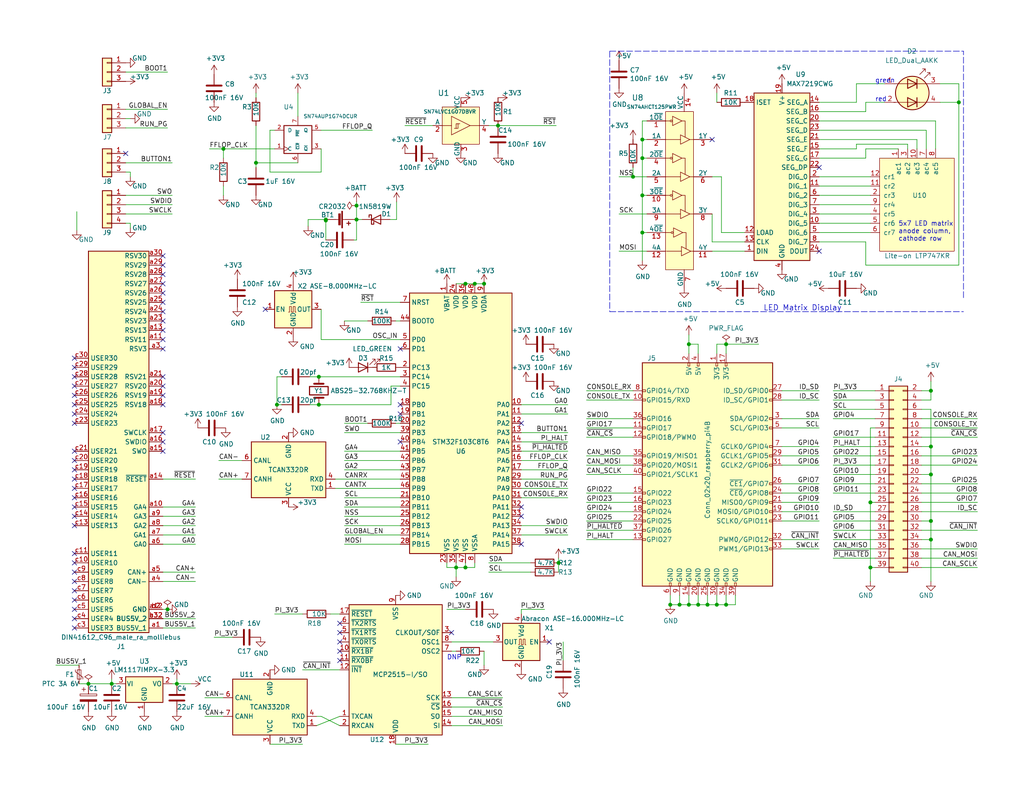
<source format=kicad_sch>
(kicad_sch (version 20211123) (generator eeschema)
  (paper "USLetter")
  (title_block (title "Molliebus Pi Carrier") (date "2020-01-24") (rev "3") (company "WorlickWerx") (comment 1 "SPDX-License-Identifier: CERN-OHL-1.2"))
  (junction (at 254 129.54))
  (junction (at 48.26 186.69))
  (junction (at 127 77.47))
  (junction (at 254 106.68))
  (junction (at 97.282 56.134))
  (junction (at 30.48 186.69))
  (junction (at 261.62 27.94))
  (junction (at 75.565 110.49))
  (junction (at 195.58 165.1))
  (junction (at 254 147.32))
  (junction (at 86.995 102.87))
  (junction (at 24.13 186.69))
  (junction (at 187.96 93.98))
  (junction (at 97.282 59.944))
  (junction (at 185.42 165.1))
  (junction (at 190.5 165.1))
  (junction (at 45.72 166.37))
  (junction (at 175.26 53.34))
  (junction (at 254 142.24))
  (junction (at 175.26 43.18))
  (junction (at 152.4 153.67))
  (junction (at 88.9 60.198))
  (junction (at 86.995 110.49))
  (junction (at 132.08 77.47))
  (junction (at 175.26 63.5))
  (junction (at 69.85 44.45))
  (junction (at 60.96 40.64))
  (junction (at 172.72 48.26))
  (junction (at 254 121.92))
  (junction (at 198.12 93.98))
  (junction (at 88.9 59.944))
  (junction (at 129.54 77.47))
  (junction (at 135.89 34.29))
  (junction (at 187.96 165.1))
  (junction (at 124.46 154.94))
  (junction (at 175.26 38.1))
  (junction (at 127 154.94))
  (junction (at 193.04 165.1))
  (junction (at 237.49 137.16))
  (junction (at 237.49 154.94))
  (junction (at 182.88 165.1))
  (junction (at 198.12 165.1))
  (no_connect (at 20.32 168.91))
  (no_connect (at 20.32 158.75))
  (no_connect (at 92.71 177.8))
  (no_connect (at 20.32 161.29))
  (no_connect (at 20.32 171.45))
  (no_connect (at 44.45 90.17))
  (no_connect (at 92.71 180.34))
  (no_connect (at 149.86 175.26))
  (no_connect (at 44.45 69.85))
  (no_connect (at 44.45 72.39))
  (no_connect (at 44.45 74.93))
  (no_connect (at 44.45 77.47))
  (no_connect (at 44.45 80.01))
  (no_connect (at 44.45 82.55))
  (no_connect (at 44.45 85.09))
  (no_connect (at 44.45 87.63))
  (no_connect (at 92.71 172.72))
  (no_connect (at 44.45 102.87))
  (no_connect (at 44.45 105.41))
  (no_connect (at 44.45 107.95))
  (no_connect (at 44.45 110.49))
  (no_connect (at 20.32 153.67))
  (no_connect (at 72.39 84.455))
  (no_connect (at 142.24 148.59))
  (no_connect (at 20.32 166.37))
  (no_connect (at 20.32 140.97))
  (no_connect (at 20.32 143.51))
  (no_connect (at 20.32 128.27))
  (no_connect (at 20.32 130.81))
  (no_connect (at 20.32 133.35))
  (no_connect (at 20.32 135.89))
  (no_connect (at 20.32 138.43))
  (no_connect (at 109.22 110.49))
  (no_connect (at 109.22 113.03))
  (no_connect (at 92.71 170.18))
  (no_connect (at 34.29 41.91))
  (no_connect (at 20.32 163.83))
  (no_connect (at 142.24 140.97))
  (no_connect (at 20.32 151.13))
  (no_connect (at 44.45 95.25))
  (no_connect (at 92.71 175.26))
  (no_connect (at 223.52 45.72))
  (no_connect (at 20.32 156.21))
  (no_connect (at 20.32 97.79))
  (no_connect (at 20.32 100.33))
  (no_connect (at 20.32 102.87))
  (no_connect (at 20.32 105.41))
  (no_connect (at 20.32 107.95))
  (no_connect (at 20.32 110.49))
  (no_connect (at 20.32 113.03))
  (no_connect (at 20.32 115.57))
  (no_connect (at 20.32 123.19))
  (no_connect (at 20.32 125.73))
  (no_connect (at 223.52 68.58))
  (no_connect (at 109.22 120.65))
  (no_connect (at 44.45 92.71))
  (no_connect (at 194.31 38.1))
  (no_connect (at 109.22 95.25))
  (no_connect (at 44.45 123.19))
  (no_connect (at 44.45 120.65))
  (no_connect (at 44.45 118.11))
  (no_connect (at 142.24 138.43))
  (no_connect (at 123.19 172.72))
  (no_connect (at 142.24 115.57))
  (wire (pts (xy 251.46 114.3) (xy 266.7 114.3)))
  (wire (pts (xy 92.71 182.88) (xy 82.55 182.88)))
  (wire (pts (xy 34.29 44.45) (xy 46.99 44.45)))
  (wire (pts (xy 132.08 177.8) (xy 132.08 181.61)))
  (wire (pts (xy 195.58 96.52) (xy 195.58 93.98)))
  (wire (pts (xy 87.63 195.58) (xy 92.71 198.12)))
  (wire (pts (xy 109.22 138.43) (xy 93.98 138.43)))
  (wire (pts (xy 127 77.47) (xy 129.54 77.47)))
  (wire (pts (xy 109.22 135.89) (xy 93.98 135.89)))
  (wire (pts (xy 60.96 43.18) (xy 60.96 40.64)))
  (wire (pts (xy 237.49 154.94) (xy 238.76 154.94)))
  (wire (pts (xy 176.53 38.1) (xy 175.26 38.1)))
  (wire (pts (xy 251.46 149.86) (xy 266.7 149.86)))
  (wire (pts (xy 69.85 25.4) (xy 69.85 26.67)))
  (wire (pts (xy 97.282 56.134) (xy 97.282 59.944)))
  (wire (pts (xy 172.72 48.26) (xy 168.91 48.26)))
  (wire (pts (xy 238.76 127) (xy 227.33 127)))
  (wire (pts (xy 86.36 195.58) (xy 87.63 195.58)))
  (wire (pts (xy 44.45 138.43) (xy 53.34 138.43)))
  (wire (pts (xy 213.36 124.46) (xy 223.52 124.46)))
  (wire (pts (xy 213.36 149.86) (xy 223.52 149.86)))
  (wire (pts (xy 238.76 111.76) (xy 227.33 111.76)))
  (wire (pts (xy 44.45 156.21) (xy 53.34 156.21)))
  (wire (pts (xy 190.5 165.1) (xy 193.04 165.1)))
  (wire (pts (xy 213.36 134.62) (xy 223.52 134.62)))
  (wire (pts (xy 60.96 195.58) (xy 55.88 195.58)))
  (wire (pts (xy 175.26 43.18) (xy 175.26 53.34)))
  (wire (pts (xy 195.58 165.1) (xy 198.12 165.1)))
  (wire (pts (xy 190.5 96.52) (xy 190.5 93.98)))
  (wire (pts (xy 195.58 93.98) (xy 198.12 93.98)))
  (wire (pts (xy 129.54 77.47) (xy 132.08 77.47)))
  (wire (pts (xy 176.53 53.34) (xy 175.26 53.34)))
  (wire (pts (xy 251.46 124.46) (xy 266.7 124.46)))
  (wire (pts (xy 233.68 27.94) (xy 233.68 22.86)))
  (wire (pts (xy 251.46 137.16) (xy 266.7 137.16)))
  (wire (pts (xy 172.72 109.22) (xy 160.02 109.22)))
  (wire (pts (xy 44.45 130.81) (xy 53.34 130.81)))
  (wire (pts (xy 223.52 58.42) (xy 237.49 58.42)))
  (wire (pts (xy 109.22 128.27) (xy 93.98 128.27)))
  (wire (pts (xy 251.46 116.84) (xy 266.7 116.84)))
  (wire (pts (xy 91.44 133.35) (xy 109.22 133.35)))
  (wire (pts (xy 142.24 166.37) (xy 148.59 166.37)))
  (wire (pts (xy 109.22 143.51) (xy 93.98 143.51)))
  (wire (pts (xy 133.35 156.21) (xy 144.78 156.21)))
  (wire (pts (xy 34.29 53.34) (xy 46.99 53.34)))
  (wire (pts (xy 87.63 40.64) (xy 87.63 46.99)))
  (wire (pts (xy 110.49 34.29) (xy 118.11 34.29)))
  (wire (pts (xy 106.426 59.944) (xy 108.204 59.944)))
  (wire (pts (xy 238.76 124.46) (xy 227.33 124.46)))
  (wire (pts (xy 172.72 124.46) (xy 160.02 124.46)))
  (wire (pts (xy 187.96 93.98) (xy 190.5 93.98)))
  (wire (pts (xy 251.46 154.94) (xy 266.7 154.94)))
  (wire (pts (xy 108.204 55.118) (xy 108.204 59.944)))
  (wire (pts (xy 69.85 44.45) (xy 69.85 45.72)))
  (wire (pts (xy 223.52 33.02) (xy 255.27 33.02)))
  (wire (pts (xy 223.52 55.88) (xy 237.49 55.88)))
  (wire (pts (xy 30.48 185.42) (xy 30.48 186.69)))
  (wire (pts (xy 127 166.37) (xy 121.92 166.37)))
  (wire (pts (xy 236.22 30.48) (xy 236.22 27.94)))
  (wire (pts (xy 34.29 55.88) (xy 46.99 55.88)))
  (wire (pts (xy 223.52 53.34) (xy 237.49 53.34)))
  (wire (pts (xy 198.12 96.52) (xy 198.12 93.98)))
  (wire (pts (xy 198.12 165.1) (xy 198.12 162.56)))
  (wire (pts (xy 109.22 118.11) (xy 93.98 118.11)))
  (wire (pts (xy 227.33 121.92) (xy 238.76 121.92)))
  (wire (pts (xy 109.22 123.19) (xy 93.98 123.19)))
  (wire (pts (xy 213.36 137.16) (xy 223.52 137.16)))
  (wire (pts (xy 63.5 173.99) (xy 58.42 173.99)))
  (wire (pts (xy 151.765 34.29) (xy 135.89 34.29)))
  (wire (pts (xy 238.76 116.84) (xy 237.49 116.84)))
  (wire (pts (xy 21.59 181.61) (xy 15.24 181.61)))
  (wire (pts (xy 21.59 186.69) (xy 24.13 186.69)))
  (wire (pts (xy 227.33 119.38) (xy 238.76 119.38)))
  (wire (pts (xy 187.96 165.1) (xy 190.5 165.1)))
  (wire (pts (xy 34.29 32.385) (xy 35.56 32.385)))
  (wire (pts (xy 107.95 203.2) (xy 116.84 203.2)))
  (wire (pts (xy 238.76 106.68) (xy 227.33 106.68)))
  (wire (pts (xy 97.282 65.532) (xy 96.52 65.532)))
  (wire (pts (xy 44.45 166.37) (xy 45.72 166.37)))
  (wire (pts (xy 92.71 195.58) (xy 86.36 198.12)))
  (wire (pts (xy 106.68 110.49) (xy 86.995 110.49)))
  (wire (pts (xy 251.46 111.76) (xy 254 111.76)))
  (wire (pts (xy 160.02 144.78) (xy 172.72 144.78)))
  (wire (pts (xy 213.36 127) (xy 223.52 127)))
  (wire (pts (xy 123.19 177.8) (xy 124.46 177.8)))
  (wire (pts (xy 261.62 22.86) (xy 261.62 27.94)))
  (wire (pts (xy 75.565 110.49) (xy 76.835 110.49)))
  (wire (pts (xy 88.9 59.944) (xy 84.074 59.944)))
  (wire (pts (xy 44.45 171.45) (xy 53.34 171.45)))
  (wire (pts (xy 251.46 139.7) (xy 266.7 139.7)))
  (wire (pts (xy 196.85 63.5) (xy 203.2 63.5)))
  (wire (pts (xy 236.22 72.39) (xy 236.22 66.04)))
  (wire (pts (xy 123.19 195.58) (xy 137.16 195.58)))
  (wire (pts (xy 84.455 102.87) (xy 86.995 102.87)))
  (wire (pts (xy 176.53 68.58) (xy 168.91 68.58)))
  (wire (pts (xy 152.4 153.67) (xy 152.4 156.21)))
  (wire (pts (xy 127 154.94) (xy 129.54 154.94)))
  (wire (pts (xy 172.72 147.32) (xy 160.02 147.32)))
  (wire (pts (xy 223.52 38.1) (xy 250.19 38.1)))
  (wire (pts (xy 87.63 35.56) (xy 101.6 35.56)))
  (wire (pts (xy 142.24 110.49) (xy 154.94 110.49)))
  (wire (pts (xy 238.76 109.22) (xy 227.33 109.22)))
  (wire (pts (xy 48.26 186.69) (xy 48.26 185.42)))
  (wire (pts (xy 247.65 40.64) (xy 247.65 39.37)))
  (wire (pts (xy 236.22 43.18) (xy 236.22 40.64)))
  (wire (pts (xy 91.44 130.81) (xy 109.22 130.81)))
  (wire (pts (xy 73.66 203.2) (xy 82.55 203.2)))
  (wire (pts (xy 175.26 38.1) (xy 175.26 43.18)))
  (wire (pts (xy 97.282 55.118) (xy 97.282 56.134)))
  (wire (pts (xy 127 153.67) (xy 127 154.94)))
  (wire (pts (xy 73.66 35.56) (xy 74.93 35.56)))
  (wire (pts (xy 238.76 152.4) (xy 227.33 152.4)))
  (wire (pts (xy 194.31 48.26) (xy 196.85 48.26)))
  (wire (pts (xy 127 154.94) (xy 124.46 154.94)))
  (wire (pts (xy 142.24 135.89) (xy 154.94 135.89)))
  (wire (pts (xy 233.68 22.86) (xy 241.3 22.86)))
  (wire (pts (xy 236.22 66.04) (xy 223.52 66.04)))
  (wire (pts (xy 247.65 39.37) (xy 233.68 39.37)))
  (wire (pts (xy 251.46 106.68) (xy 254 106.68)))
  (wire (pts (xy 213.36 121.92) (xy 223.52 121.92)))
  (wire (pts (xy 176.53 63.5) (xy 175.26 63.5)))
  (wire (pts (xy 172.72 137.16) (xy 160.02 137.16)))
  (wire (pts (xy 46.99 186.69) (xy 48.26 186.69)))
  (wire (pts (xy 100.33 87.63) (xy 93.98 87.63)))
  (wire (pts (xy 237.49 158.75) (xy 237.49 154.94)))
  (wire (pts (xy 236.22 40.64) (xy 245.11 40.64)))
  (wire (pts (xy 48.26 186.69) (xy 52.07 186.69)))
  (wire (pts (xy 238.76 114.3) (xy 227.33 114.3)))
  (wire (pts (xy 176.53 33.02) (xy 175.26 33.02)))
  (wire (pts (xy 90.17 167.64) (xy 92.71 167.64)))
  (wire (pts (xy 251.46 152.4) (xy 266.7 152.4)))
  (wire (pts (xy 100.33 115.57) (xy 93.98 115.57)))
  (wire (pts (xy 254 121.92) (xy 254 129.54)))
  (wire (pts (xy 172.72 134.62) (xy 160.02 134.62)))
  (wire (pts (xy 213.36 109.22) (xy 223.52 109.22)))
  (wire (pts (xy 200.66 165.1) (xy 198.12 165.1)))
  (wire (pts (xy 190.5 165.1) (xy 190.5 162.56)))
  (wire (pts (xy 213.36 147.32) (xy 223.52 147.32)))
  (wire (pts (xy 175.26 53.34) (xy 175.26 63.5)))
  (wire (pts (xy 123.19 198.12) (xy 137.16 198.12)))
  (wire (pts (xy 213.36 106.68) (xy 223.52 106.68)))
  (wire (pts (xy 60.96 190.5) (xy 55.88 190.5)))
  (wire (pts (xy 213.36 132.08) (xy 223.52 132.08)))
  (wire (pts (xy 88.9 65.532) (xy 88.9 60.198)))
  (wire (pts (xy 250.19 40.64) (xy 250.19 38.1)))
  (wire (pts (xy 142.24 143.51) (xy 154.94 143.51)))
  (wire (pts (xy 106.68 105.41) (xy 106.68 110.49)))
  (wire (pts (xy 254 147.32) (xy 254 158.75)))
  (wire (pts (xy 133.35 153.67) (xy 144.78 153.67)))
  (wire (pts (xy 251.46 121.92) (xy 254 121.92)))
  (wire (pts (xy 194.31 66.04) (xy 203.2 66.04)))
  (wire (pts (xy 133.35 34.29) (xy 135.89 34.29)))
  (wire (pts (xy 82.55 167.64) (xy 74.93 167.64)))
  (wire (pts (xy 238.76 149.86) (xy 227.33 149.86)))
  (polyline (pts (xy 166.37 13.97) (xy 262.89 13.97)))
  (wire (pts (xy 87.63 46.99) (xy 73.66 46.99)))
  (wire (pts (xy 172.72 114.3) (xy 160.02 114.3)))
  (wire (pts (xy 223.52 30.48) (xy 236.22 30.48)))
  (wire (pts (xy 142.24 123.19) (xy 154.94 123.19)))
  (wire (pts (xy 252.73 40.64) (xy 252.73 35.56)))
  (wire (pts (xy 182.88 165.1) (xy 185.42 165.1)))
  (wire (pts (xy 237.49 116.84) (xy 237.49 137.16)))
  (wire (pts (xy 261.62 72.39) (xy 236.22 72.39)))
  (wire (pts (xy 24.13 186.69) (xy 30.48 186.69)))
  (wire (pts (xy 129.54 154.94) (xy 129.54 153.67)))
  (wire (pts (xy 172.72 116.84) (xy 160.02 116.84)))
  (wire (pts (xy 109.22 140.97) (xy 93.98 140.97)))
  (wire (pts (xy 142.24 118.11) (xy 154.94 118.11)))
  (wire (pts (xy 160.02 127) (xy 172.72 127)))
  (wire (pts (xy 251.46 132.08) (xy 266.7 132.08)))
  (wire (pts (xy 238.76 134.62) (xy 227.33 134.62)))
  (wire (pts (xy 34.29 34.925) (xy 45.72 34.925)))
  (wire (pts (xy 142.24 125.73) (xy 154.94 125.73)))
  (wire (pts (xy 172.72 119.38) (xy 160.02 119.38)))
  (wire (pts (xy 251.46 142.24) (xy 254 142.24)))
  (wire (pts (xy 124.46 154.94) (xy 121.92 154.94)))
  (wire (pts (xy 200.66 162.56) (xy 200.66 165.1)))
  (wire (pts (xy 121.92 154.94) (xy 121.92 153.67)))
  (wire (pts (xy 227.33 139.7) (xy 238.76 139.7)))
  (wire (pts (xy 213.36 142.24) (xy 223.52 142.24)))
  (wire (pts (xy 124.46 154.94) (xy 124.46 157.48)))
  (wire (pts (xy 31.75 186.69) (xy 30.48 186.69)))
  (wire (pts (xy 89.154 59.944) (xy 88.9 59.944)))
  (wire (pts (xy 88.9 60.198) (xy 88.9 59.944)))
  (wire (pts (xy 34.29 58.42) (xy 46.99 58.42)))
  (polyline (pts (xy 262.89 81.28) (xy 262.89 13.97)))
  (wire (pts (xy 44.45 158.75) (xy 53.34 158.75)))
  (wire (pts (xy 44.45 146.05) (xy 53.34 146.05)))
  (wire (pts (xy 223.52 40.64) (xy 233.68 40.64)))
  (wire (pts (xy 44.45 148.59) (xy 53.34 148.59)))
  (wire (pts (xy 60.96 40.64) (xy 57.15 40.64)))
  (wire (pts (xy 185.42 165.1) (xy 187.96 165.1)))
  (wire (pts (xy 223.52 27.94) (xy 233.68 27.94)))
  (wire (pts (xy 69.85 34.29) (xy 69.85 44.45)))
  (wire (pts (xy 109.22 125.73) (xy 93.98 125.73)))
  (wire (pts (xy 34.29 29.845) (xy 45.72 29.845)))
  (wire (pts (xy 172.72 142.24) (xy 160.02 142.24)))
  (wire (pts (xy 107.95 115.57) (xy 109.22 115.57)))
  (wire (pts (xy 223.52 63.5) (xy 237.49 63.5)))
  (wire (pts (xy 254 111.76) (xy 254 121.92)))
  (wire (pts (xy 176.53 58.42) (xy 168.91 58.42)))
  (wire (pts (xy 75.565 102.87) (xy 75.565 110.49)))
  (wire (pts (xy 84.074 59.944) (xy 84.074 61.722)))
  (wire (pts (xy 84.455 110.49) (xy 86.995 110.49)))
  (wire (pts (xy 142.24 128.27) (xy 154.94 128.27)))
  (wire (pts (xy 172.72 129.54) (xy 160.02 129.54)))
  (wire (pts (xy 123.19 193.04) (xy 137.16 193.04)))
  (wire (pts (xy 223.52 60.96) (xy 237.49 60.96)))
  (wire (pts (xy 60.96 50.8) (xy 60.96 53.34)))
  (wire (pts (xy 123.19 190.5) (xy 137.16 190.5)))
  (wire (pts (xy 152.4 152.4) (xy 152.4 153.67)))
  (wire (pts (xy 34.29 60.96) (xy 35.56 60.96)))
  (wire (pts (xy 97.282 59.944) (xy 97.282 65.532)))
  (wire (pts (xy 195.58 25.4) (xy 195.58 27.94)))
  (wire (pts (xy 237.49 137.16) (xy 238.76 137.16)))
  (wire (pts (xy 109.22 148.59) (xy 93.98 148.59)))
  (wire (pts (xy 109.22 92.71) (xy 87.63 92.71)))
  (wire (pts (xy 35.56 60.96) (xy 35.56 62.23)))
  (wire (pts (xy 193.04 165.1) (xy 193.04 162.56)))
  (wire (pts (xy 185.42 165.1) (xy 185.42 162.56)))
  (wire (pts (xy 142.24 113.03) (xy 154.94 113.03)))
  (wire (pts (xy 187.96 165.1) (xy 187.96 162.56)))
  (polyline (pts (xy 166.37 13.97) (xy 166.37 85.09)))
  (wire (pts (xy 175.26 63.5) (xy 175.26 71.12)))
  (wire (pts (xy 238.76 147.32) (xy 227.33 147.32)))
  (wire (pts (xy 187.96 91.44) (xy 187.96 93.98)))
  (wire (pts (xy 66.04 125.73) (xy 59.69 125.73)))
  (wire (pts (xy 44.45 168.91) (xy 53.34 168.91)))
  (wire (pts (xy 172.72 48.26) (xy 176.53 48.26)))
  (wire (pts (xy 237.49 137.16) (xy 237.49 154.94)))
  (wire (pts (xy 142.24 130.81) (xy 154.94 130.81)))
  (wire (pts (xy 86.995 102.87) (xy 109.22 102.87)))
  (wire (pts (xy 261.62 27.94) (xy 261.62 72.39)))
  (wire (pts (xy 187.96 96.52) (xy 187.96 93.98)))
  (wire (pts (xy 223.52 43.18) (xy 236.22 43.18)))
  (wire (pts (xy 172.72 106.68) (xy 160.02 106.68)))
  (wire (pts (xy 213.36 139.7) (xy 223.52 139.7)))
  (wire (pts (xy 97.282 59.944) (xy 98.806 59.944)))
  (wire (pts (xy 238.76 129.54) (xy 227.33 129.54)))
  (wire (pts (xy 236.22 27.94) (xy 241.3 27.94)))
  (wire (pts (xy 251.46 127) (xy 266.7 127)))
  (wire (pts (xy 96.774 59.944) (xy 97.282 59.944)))
  (wire (pts (xy 193.04 165.1) (xy 195.58 165.1)))
  (wire (pts (xy 238.76 144.78) (xy 227.33 144.78)))
  (wire (pts (xy 194.31 68.58) (xy 203.2 68.58)))
  (wire (pts (xy 196.85 48.26) (xy 196.85 63.5)))
  (wire (pts (xy 251.46 109.22) (xy 254 109.22)))
  (wire (pts (xy 251.46 134.62) (xy 266.7 134.62)))
  (wire (pts (xy 238.76 142.24) (xy 227.33 142.24)))
  (wire (pts (xy 223.52 48.26) (xy 237.49 48.26)))
  (wire (pts (xy 254 142.24) (xy 254 147.32)))
  (wire (pts (xy 98.425 82.55) (xy 109.22 82.55)))
  (wire (pts (xy 256.54 22.86) (xy 261.62 22.86)))
  (wire (pts (xy 123.19 175.26) (xy 134.62 175.26)))
  (wire (pts (xy 254 104.14) (xy 254 106.68)))
  (wire (pts (xy 74.93 40.64) (xy 60.96 40.64)))
  (wire (pts (xy 182.88 162.56) (xy 182.88 165.1)))
  (wire (pts (xy 194.31 58.42) (xy 194.31 66.04)))
  (wire (pts (xy 34.29 19.685) (xy 45.72 19.685)))
  (wire (pts (xy 142.24 120.65) (xy 154.94 120.65)))
  (wire (pts (xy 176.53 43.18) (xy 175.26 43.18)))
  (wire (pts (xy 223.52 35.56) (xy 252.73 35.56)))
  (wire (pts (xy 44.45 143.51) (xy 53.34 143.51)))
  (wire (pts (xy 251.46 144.78) (xy 266.7 144.78)))
  (wire (pts (xy 254 129.54) (xy 254 142.24)))
  (wire (pts (xy 107.95 87.63) (xy 109.22 87.63)))
  (wire (pts (xy 251.46 119.38) (xy 266.7 119.38)))
  (polyline (pts (xy 166.37 85.09) (xy 262.89 85.09)))
  (wire (pts (xy 251.46 129.54) (xy 254 129.54)))
  (wire (pts (xy 73.66 46.99) (xy 73.66 35.56)))
  (wire (pts (xy 213.36 114.3) (xy 223.52 114.3)))
  (wire (pts (xy 254 109.22) (xy 254 106.68)))
  (wire (pts (xy 124.46 77.47) (xy 127 77.47)))
  (wire (pts (xy 66.04 130.81) (xy 59.69 130.81)))
  (wire (pts (xy 213.36 116.84) (xy 223.52 116.84)))
  (wire (pts (xy 198.12 93.98) (xy 207.01 93.98)))
  (wire (pts (xy 153.67 180.34) (xy 153.67 175.26)))
  (wire (pts (xy 223.52 50.8) (xy 237.49 50.8)))
  (wire (pts (xy 87.63 84.455) (xy 87.63 92.71)))
  (wire (pts (xy 81.28 25.4) (xy 81.28 31.75)))
  (wire (pts (xy 20.955 57.785) (xy 20.955 62.865)))
  (wire (pts (xy 233.68 39.37) (xy 233.68 40.64)))
  (wire (pts (xy 102.87 100.33) (xy 101.6 100.33)))
  (wire (pts (xy 89.154 60.198) (xy 88.9 60.198)))
  (wire (pts (xy 195.58 165.1) (xy 195.58 162.56)))
  (wire (pts (xy 175.26 33.02) (xy 175.26 38.1)))
  (wire (pts (xy 76.835 102.87) (xy 75.565 102.87)))
  (wire (pts (xy 35.56 46.99) (xy 35.56 48.26)))
  (wire (pts (xy 124.46 153.67) (xy 124.46 154.94)))
  (wire (pts (xy 109.22 105.41) (xy 106.68 105.41)))
  (wire (pts (xy 238.76 132.08) (xy 227.33 132.08)))
  (wire (pts (xy 81.28 44.45) (xy 69.85 44.45)))
  (wire (pts (xy 34.29 46.99) (xy 35.56 46.99)))
  (wire (pts (xy 93.98 146.05) (xy 109.22 146.05)))
  (wire (pts (xy 142.24 167.64) (xy 142.24 166.37)))
  (wire (pts (xy 44.45 140.97) (xy 53.34 140.97)))
  (wire (pts (xy 142.24 133.35) (xy 154.94 133.35)))
  (wire (pts (xy 256.54 27.94) (xy 261.62 27.94)))
  (wire (pts (xy 172.72 48.26) (xy 172.72 45.72)))
  (wire (pts (xy 251.46 147.32) (xy 254 147.32)))
  (wire (pts (xy 255.27 33.02) (xy 255.27 40.64)))
  (wire (pts (xy 172.72 139.7) (xy 160.02 139.7)))
  (wire (pts (xy 142.24 146.05) (xy 154.94 146.05)))
  (text "5x7 LED matrix\nanode column,\ncathode row" (at 245.11 66.04 0) (effects (font (size 1.27 1.27)) (justify left bottom)))
  (text "LED Matrix Display" (at 208.28 85.09 0) (effects (font (size 1.4986 1.4986)) (justify left bottom)))
  (text "green" (at 238.76 22.86 0) (effects (font (size 1.27 1.27)) (justify left bottom)))
  (text "red" (at 238.76 27.94 0) (effects (font (size 1.27 1.27)) (justify left bottom)))
  (text "DNP\n" (at 121.92 180.34 0) (effects (font (size 1.27 1.27)) (justify left bottom)))
  (label "ID_SC" (at 266.7 139.7 180))
  (label "CONSOLE_RX" (at 266.7 114.3 180))
  (label "PI_3V3" (at 227.33 106.68 0))
  (label "SCK" (at 93.98 143.51 0))
  (label "~{CAN_CS}" (at 160.02 119.38 0))
  (label "CAN_SCLK" (at 160.02 129.54 0))
  (label "SDA" (at 133.35 153.67 0))
  (label "~{CAN_INT}" (at 82.55 182.88 0))
  (label "RUN_PG" (at 45.72 34.925 180))
  (label "CAN-" (at 53.34 158.75 180))
  (label "FFLOP_CLK" (at 57.15 40.64 0))
  (label "GPIO11" (at 223.52 142.24 180))
  (label "~{PI_HALTED}" (at 154.94 123.19 180))
  (label "PI_3V3" (at 207.01 93.98 180))
  (label "CANTX" (at 93.98 133.35 0))
  (label "SWO" (at 93.98 118.11 0))
  (label "PI_3V3" (at 82.55 203.2 180))
  (label "CAN+" (at 53.34 156.21 180))
  (label "ID_SD" (at 223.52 106.68 180))
  (label "SWCLK" (at 46.99 58.42 180))
  (label "CAN-" (at 55.88 190.5 0))
  (label "CAN_SCLK" (at 137.16 190.5 180))
  (label "RUN_PG" (at 154.94 130.81 180))
  (label "BUTTON1" (at 46.99 44.45 180))
  (label "~{RESET}" (at 110.49 34.29 0))
  (label "GPIO23" (at 160.02 137.16 0))
  (label "CAN_MOSI" (at 137.16 198.12 180))
  (label "SDA" (at 93.98 138.43 0))
  (label "GPIO24" (at 266.7 127 180))
  (label "CONSOLE_RX" (at 160.02 106.68 0))
  (label "~{CAN_INT}" (at 223.52 147.32 180))
  (label "PI_3V3" (at 121.92 166.37 0))
  (label "MOSI" (at 168.91 68.58 0))
  (label "PI_3V3" (at 227.33 127 0))
  (label "~{RESET}" (at 53.34 130.81 180))
  (label "SWCLK" (at 154.94 146.05 180))
  (label "SCL" (at 93.98 135.89 0))
  (label "CAN+" (at 59.69 130.81 0))
  (label "FFLOP_CLK" (at 154.94 125.73 180))
  (label "PI_3V3" (at 116.84 203.2 180))
  (label "GPIO8" (at 223.52 134.62 180))
  (label "SCK" (at 168.91 58.42 0))
  (label "GPIO9" (at 227.33 132.08 0))
  (label "BUS5V_1" (at 15.24 181.61 0))
  (label "CAN_MISO" (at 160.02 124.46 0))
  (label "SDA" (at 223.52 114.3 180))
  (label "GA3" (at 93.98 125.73 0))
  (label "CAN_MOSI" (at 160.02 127 0))
  (label "GPIO25" (at 266.7 132.08 180))
  (label "GPIO5" (at 223.52 124.46 180))
  (label "GPIO6" (at 227.33 144.78 0))
  (label "CONSOLE_TX" (at 154.94 133.35 180))
  (label "GPIO7" (at 266.7 137.16 180))
  (label "GPIO6" (at 223.52 127 180))
  (label "GPIO22" (at 227.33 124.46 0))
  (label "GA4" (at 93.98 123.19 0))
  (label "SWCLK" (at 227.33 147.32 0))
  (label "CANRX" (at 93.98 130.81 0))
  (label "GPIO10" (at 223.52 139.7 180))
  (label "GA0" (at 154.94 110.49 180))
  (label "PI_3V3" (at 153.67 175.26 270))
  (label "~{RST}" (at 98.425 82.55 0))
  (label "NSS" (at 168.91 48.26 0))
  (label "SWO" (at 46.99 53.34 180))
  (label "SWDIO" (at 160.02 114.3 0))
  (label "GPIO11" (at 227.33 134.62 0))
  (label "SCL" (at 223.52 116.84 180))
  (label "MOSI" (at 93.98 148.59 0))
  (label "CONSOLE_TX" (at 266.7 116.84 180))
  (label "CONSOLE_RX" (at 154.94 135.89 180))
  (label "GPIO8" (at 266.7 134.62 180))
  (label "PI_HALT" (at 227.33 121.92 0))
  (label "CAN_MOSI" (at 266.7 152.4 180))
  (label "FFLOP_Q" (at 154.94 128.27 180))
  (label "CAN_SCLK" (at 266.7 154.94 180))
  (label "GA1" (at 154.94 113.03 180))
  (label "GPIO4" (at 223.52 121.92 180))
  (label "GA2" (at 53.34 143.51 180))
  (label "~{CAN_CS}" (at 137.16 193.04 180))
  (label "SWCLK" (at 223.52 149.86 180))
  (label "SCL" (at 133.35 156.21 0))
  (label "GA3" (at 53.34 140.97 180))
  (label "ID_SC" (at 223.52 109.22 180))
  (label "PI_3V3" (at 148.59 166.37 180))
  (label "~{CAN_INT}" (at 266.7 144.78 180))
  (label "GPIO4" (at 227.33 114.3 0))
  (label "SWDIO" (at 266.7 149.86 180))
  (label "BUS5V_1" (at 53.34 171.45 180))
  (label "~{RST}" (at 151.765 34.29 180))
  (label "CAN_MISO" (at 227.33 149.86 0))
  (label "BOOT1" (at 93.98 115.57 0))
  (label "BUTTON1" (at 154.94 118.11 180))
  (label "SCL" (at 227.33 111.76 0))
  (label "NSS" (at 93.98 140.97 0))
  (label "CONSOLE_TX" (at 160.02 109.22 0))
  (label "OSC_IN" (at 101.6 92.71 0))
  (label "GPIO10" (at 227.33 129.54 0))
  (label "GPIO22" (at 160.02 134.62 0))
  (label "GPIO24" (at 160.02 139.7 0))
  (label "PI_3V3" (at 74.93 167.64 0))
  (label "PI_3V3" (at 58.42 173.99 0))
  (label "~{PI_HALTED}" (at 227.33 152.4 0))
  (label "GA2" (at 93.98 128.27 0))
  (label "SDA" (at 227.33 109.22 0))
  (label "CAN-" (at 59.69 125.73 0))
  (label "SWDIO" (at 154.94 143.51 180))
  (label "BUS5V_2" (at 53.34 168.91 180))
  (label "GPIO25" (at 160.02 142.24 0))
  (label "GA4" (at 53.34 138.43 180))
  (label "GPIO17" (at 227.33 119.38 0))
  (label "GLOBAL_EN" (at 93.98 146.05 0))
  (label "BOOT1" (at 45.72 19.685 180))
  (label "FFLOP_Q" (at 101.6 35.56 180))
  (label "~{PI_HALTED}" (at 160.02 144.78 0))
  (label "GA0" (at 53.34 148.59 180))
  (label "CAN_MISO" (at 137.16 195.58 180))
  (label "GPIO5" (at 227.33 142.24 0))
  (label "GPIO9" (at 223.52 137.16 180))
  (label "GPIO23" (at 266.7 124.46 180))
  (label "~{CAN_CS}" (at 266.7 119.38 180))
  (label "GA1" (at 53.34 146.05 180))
  (label "ID_SD" (at 227.33 139.7 0))
  (label "PI_HALT" (at 160.02 147.32 0))
  (label "PI_HALT" (at 154.94 120.65 180))
  (label "SWDIO" (at 46.99 55.88 180))
  (label "CAN+" (at 55.88 195.58 0))
  (label "GPIO17" (at 160.02 116.84 0))
  (label "GPIO7" (at 223.52 132.08 180))
  (label "GLOBAL_EN" (at 45.72 29.845 180))
  (symbol (lib_id "power:GND") (at 78.74 118.11 90) (unit 1)
    (property "Reference" "#PWR08" (effects hide))
    (property "Value" "GND" (at 83.82 118.11 90))
  )
  (symbol (lib_id "00_eurocard:SN74LVC1G07DBVR-dk_Logic-Buffers-Drivers-Receivers-Transceivers") (at 125.73 34.29 0) (unit 1)
    (property "Reference" "U1" (at 119.38 25.4 0) (effects (font (size 1.524 1.524)) (justify left)))
    (property "Value" "SN74LVC1G07DBVR" (at 115.57 30.48 0) (effects (font (size 0.9906 0.9906)) (justify left)))
    (property "Footprint" "Package_TO_SOT_SMD:SOT-23-5_HandSoldering" (effects hide))
    (property "Datasheet" "http://www.ti.com/general/docs/suppproductinfo.tsp?distId=10&gotoUrl=http%3A%2F%2Fwww.ti.com%2Flit%2Fgpn%2Fsn74lvc1g07" (effects hide))
    (property "MPN" "SN74LVC1G07DBVR" (effects hide))
    (property "Category" "Integrated Circuits (ICs)" (effects hide))
    (property "Family" "Logic - Buffers, Drivers, Receivers, Transceivers" (effects hide))
    (property "DK_Datasheet_Link" "http://www.ti.com/general/docs/suppproductinfo.tsp?distId=10&gotoUrl=http%3A%2F%2Fwww.ti.com%2Flit%2Fgpn%2Fsn74lvc1g07" (effects hide))
    (property "DK_Detail_Page" "/product-detail/en/texas-instruments/SN74LVC1G07DBVR/296-8485-1-ND/377454" (effects hide))
    (property "Description" "IC BUF NON-INVERT 5.5V SOT23-5" (effects hide))
    (property "Manufacturer" "Texas Instruments" (effects hide))
    (property "Status" "Active" (effects hide))
    (property "digkey.com" "296-8485-1-ND" (effects hide))
  )
  (symbol (lib_id "power:GND") (at 125.73 41.91 0) (unit 1)
    (property "Reference" "#PWR04" (effects hide))
    (property "Value" "GND" (at 128.27 44.45 0))
  )
  (symbol (lib_id "power:+3V3") (at 125.73 26.67 270) (unit 1)
    (property "Reference" "#PWR03" (effects hide))
    (property "Value" "+3V3" (at 129.54 25.4 90))
  )
  (symbol (lib_id "74xGxx:74AUP1G74") (at 81.28 38.1 0) (unit 1)
    (property "Reference" "U4" (at 78.74 29.21 0))
    (property "Value" "SN74AUP1G74DCUR" (at 90.17 31.75 0) (effects (font (size 0.9906 0.9906))))
    (property "Footprint" "Package_SO:VSSOP-8_2.4x2.1mm_P0.5mm" (effects hide))
    (property "Datasheet" "http://www.ti.com/lit/sg/scyt129e/scyt129e.pdf" (effects hide))
    (property "digkey.com" "296-19761-1-ND" (effects hide))
    (property "MPN" "SN74AUP1G74DCUR" (effects hide))
    (property "Manufacturer" "Texas Instruments" (effects hide))
  )
  (symbol (lib_id "Device:R") (at 69.85 30.48 180) (unit 1)
    (property "Reference" "R3" (at 66.04 29.21 0) (effects (justify right)))
    (property "Value" "10K" (at 69.85 31.75 90) (effects (justify right)))
    (property "Footprint" "Resistor_SMD:R_0805_2012Metric_Pad1.20x1.40mm_HandSolder" (effects hide))
  )
  (symbol (lib_id "Device:C") (at 69.85 49.53 0) (unit 1)
    (property "Reference" "C3" (at 64.77 49.53 0) (effects (justify left)))
    (property "Value" "1uF 16V" (at 72.39 49.53 0) (effects (justify left)))
    (property "Footprint" "Capacitor_SMD:C_0805_2012Metric_Pad1.18x1.45mm_HandSolder" (effects hide))
    (property "MPN" "C0805C105K4RACTU" (effects hide))
    (property "Manufacturer" "Kemet" (effects hide))
    (property "digkey.com" "399-1284-2-ND" (effects hide))
  )
  (symbol (lib_id "power:GND") (at 69.85 53.34 0) (unit 1)
    (property "Reference" "#PWR011" (effects hide))
    (property "Value" "GND" (at 72.39 55.88 0))
  )
  (symbol (lib_id "power:+3V3") (at 69.85 25.4 0) (unit 1)
    (property "Reference" "#PWR010" (effects hide))
    (property "Value" "+3V3" (at 70.231 21.0058 0))
  )
  (symbol (lib_id "power:VCC") (at 52.07 186.69 270) (unit 1)
    (property "Reference" "#PWR017" (effects hide))
    (property "Value" "VCC" (at 55.88 185.42 90))
  )
  (symbol (lib_id "Device:R") (at 60.96 46.99 180) (unit 1)
    (property "Reference" "R2" (at 57.15 45.72 0) (effects (justify right)))
    (property "Value" "10K" (at 60.96 48.26 90) (effects (justify right)))
    (property "Footprint" "Resistor_SMD:R_0805_2012Metric_Pad1.20x1.40mm_HandSolder" (effects hide))
  )
  (symbol (lib_id "00_eurocard:LTP747") (at 250.19 54.61 0) (unit 1)
    (property "Reference" "U10" (at 248.92 53.34 0) (effects (justify left)))
    (property "Value" "Lite-on LTP747KR" (at 241.3 69.85 0) (effects (justify left)))
    (property "Footprint" "00_eurocard:DIP-12_W7.62mm_right_angle" (effects hide))
    (property "digkey.com" "160-1554-5-ND" (effects hide))
    (property "MPN" "LTP747KR" (effects hide))
    (property "Manufacturer" "Lite-on" (effects hide))
  )
  (symbol (lib_id "power:GND") (at 60.96 53.34 0) (unit 1)
    (property "Reference" "#PWR07" (effects hide))
    (property "Value" "GND" (at 63.5 55.88 0))
  )
  (symbol (lib_id "Device:C") (at 114.3 41.91 90) (unit 1)
    (property "Reference" "C9" (at 115.57 38.1 90) (effects (justify left)))
    (property "Value" "100nF 16V" (at 119.38 45.72 90) (effects (justify left)))
    (property "Footprint" "Capacitor_SMD:C_0805_2012Metric_Pad1.18x1.45mm_HandSolder" (effects hide))
    (property "MPN" "C0805C104K4RACTU" (effects hide))
    (property "Manufacturer" "Kemet" (effects hide))
    (property "digkey.com" "399-1167-2-ND" (effects hide))
  )
  (symbol (lib_id "power:+3V3") (at 110.49 41.91 0) (unit 1)
    (property "Reference" "#PWR032" (effects hide))
    (property "Value" "+3V3" (at 109.22 38.1 0))
  )
  (symbol (lib_id "power:GND") (at 118.11 41.91 0) (unit 1)
    (property "Reference" "#PWR033" (effects hide))
    (property "Value" "GND" (at 120.65 44.45 0))
  )
  (symbol (lib_id "Driver_LED:MAX7219") (at 213.36 48.26 0) (unit 1)
    (property "Reference" "U9" (at 218.44 20.32 0))
    (property "Value" "MAX7219CWG" (at 220.98 22.86 0))
    (property "Footprint" "Package_SO:SOIC-24W_7.5x15.4mm_P1.27mm" (effects hide))
    (property "Datasheet" "https://datasheets.maximintegrated.com/en/ds/MAX7219-MAX7221.pdf" (effects hide))
    (property "digkey.com" "MAX7219CWG+TTR-ND" (effects hide))
    (property "MPN" "MAX7219CWG" (effects hide))
    (property "Manufacturer" "Maxim" (effects hide))
  )
  (symbol (lib_id "Device:R") (at 199.39 27.94 90) (unit 1)
    (property "Reference" "R11" (at 199.39 25.4 90))
    (property "Value" "10K" (at 199.39 27.94 90))
    (property "Footprint" "Resistor_SMD:R_0805_2012Metric_Pad1.20x1.40mm_HandSolder" (effects hide))
  )
  (symbol (lib_id "power:+5V") (at 195.58 25.4 0) (unit 1)
    (property "Reference" "#PWR044" (effects hide))
    (property "Value" "+5V" (at 195.961 21.0058 0))
  )
  (symbol (lib_id "power:GND") (at 213.36 73.66 0) (unit 1)
    (property "Reference" "#PWR047" (effects hide))
    (property "Value" "GND" (at 215.9 76.2 0))
  )
  (symbol (lib_id "power:+5V") (at 30.48 185.42 0) (unit 1)
    (property "Reference" "#PWR05" (effects hide))
    (property "Value" "+5V" (at 30.861 181.0258 0))
  )
  (symbol (lib_id "power:GND") (at 24.13 194.31 0) (unit 1)
    (property "Reference" "#PWR02" (effects hide))
    (property "Value" "GND" (at 24.257 198.7042 0))
  )
  (symbol (lib_id "00_eurocard:SN74AHCT125N-dk_Logic-Buffers-Drivers-Receivers-Transceivers") (at 186.69 43.18 0) (unit 1)
    (property "Reference" "U8" (at 173.99 26.67 0) (effects (font (size 1.524 1.524))))
    (property "Value" "SN74AHCT125PWR" (at 177.8 29.21 0) (effects (font (size 0.9906 0.9906))))
    (property "Footprint" "Package_SO:SSOP-14_5.3x6.2mm_P0.65mm" (effects hide))
    (property "Datasheet" "http://www.ti.com/general/docs/suppproductinfo.tsp?distId=10&gotoUrl=http%3A%2F%2Fwww.ti.com%2Flit%2Fgpn%2Fsn74ahct125" (effects hide))
    (property "MPN" "SN74AHCT125N" (effects hide))
    (property "Category" "Integrated Circuits (ICs)" (effects hide))
    (property "Family" "Logic - Buffers, Drivers, Receivers, Transceivers" (effects hide))
    (property "DK_Datasheet_Link" "http://www.ti.com/general/docs/suppproductinfo.tsp?distId=10&gotoUrl=http%3A%2F%2Fwww.ti.com%2Flit%2Fgpn%2Fsn74ahct125" (effects hide))
    (property "DK_Detail_Page" "/product-detail/en/texas-instruments/SN74AHCT125N/296-4655-5-ND/375798" (effects hide))
    (property "Description" "IC BUF NON-INVERT 5.5V 14DIP" (effects hide))
    (property "Manufacturer" "Texas Instruments" (effects hide))
    (property "Status" "Active" (effects hide))
    (property "digkey.com" "296-1108-1-ND" (effects hide))
  )
  (symbol (lib_id "power:+5V") (at 186.69 25.4 0) (unit 1)
    (property "Reference" "#PWR042" (effects hide))
    (property "Value" "+5V" (at 187.071 21.0058 0))
  )
  (symbol (lib_id "power:GND") (at 186.69 78.74 0) (unit 1)
    (property "Reference" "#PWR043" (effects hide))
    (property "Value" "GND" (at 186.817 83.1342 0))
  )
  (symbol (lib_id "power:GND") (at 175.26 71.12 0) (unit 1)
    (property "Reference" "#PWR041" (effects hide))
    (property "Value" "GND" (at 175.387 75.5142 0))
  )
  (symbol (lib_id "power:+5V") (at 213.36 22.86 0) (unit 1)
    (property "Reference" "#PWR046" (effects hide))
    (property "Value" "+5V" (at 213.741 18.4658 0))
  )
  (symbol (lib_id "Device:C") (at 168.91 20.32 0) (unit 1)
    (property "Reference" "C7" (at 171.831 19.1516 0) (effects (justify left)))
    (property "Value" "100nF 16V" (at 171.831 21.463 0) (effects (justify left)))
    (property "Footprint" "Capacitor_SMD:C_0805_2012Metric_Pad1.18x1.45mm_HandSolder" (effects hide))
    (property "MPN" "C0805C104K4RACTU" (effects hide))
    (property "Manufacturer" "Kemet" (effects hide))
    (property "digkey.com" "399-1167-2-ND" (effects hide))
  )
  (symbol (lib_id "power:GND") (at 168.91 24.13 0) (unit 1)
    (property "Reference" "#PWR028" (effects hide))
    (property "Value" "GND" (at 169.037 28.5242 0))
  )
  (symbol (lib_id "power:+5V") (at 168.91 16.51 0) (unit 1)
    (property "Reference" "#PWR027" (effects hide))
    (property "Value" "+5V" (at 170.18 15.24 0))
  )
  (symbol (lib_id "Device:C") (at 57.785 116.84 90) (unit 1)
    (property "Reference" "C10" (at 59.055 120.65 90) (effects (justify left)))
    (property "Value" "100nF 16V" (at 66.675 113.03 90) (effects (justify left)))
    (property "Footprint" "Capacitor_SMD:C_0805_2012Metric_Pad1.18x1.45mm_HandSolder" (effects hide))
    (property "MPN" "C0805C104K4RACTU" (effects hide))
    (property "Manufacturer" "Kemet" (effects hide))
    (property "digkey.com" "399-1167-2-ND" (effects hide))
  )
  (symbol (lib_id "power:GND") (at 61.595 116.84 0) (unit 1)
    (property "Reference" "#PWR040" (effects hide))
    (property "Value" "GND" (at 61.722 121.2342 0))
  )
  (symbol (lib_id "power:+3V3") (at 53.975 116.84 0) (unit 1)
    (property "Reference" "#PWR039" (effects hide))
    (property "Value" "+3V3" (at 52.705 113.03 0))
  )
  (symbol (lib_id "Device:C") (at 201.93 78.74 90) (unit 1)
    (property "Reference" "C5" (at 203.2 82.55 90) (effects (justify left)))
    (property "Value" "100nF 16V" (at 207.01 74.93 90) (effects (justify left)))
    (property "Footprint" "Capacitor_SMD:C_0805_2012Metric_Pad1.18x1.45mm_HandSolder" (effects hide))
    (property "MPN" "C0805C104K4RACTU" (effects hide))
    (property "Manufacturer" "Kemet" (effects hide))
    (property "digkey.com" "399-1167-2-ND" (effects hide))
  )
  (symbol (lib_id "power:+5V") (at 198.12 78.74 90) (unit 1)
    (property "Reference" "#PWR020" (effects hide))
    (property "Value" "+5V" (at 194.31 77.47 90))
  )
  (symbol (lib_id "power:GND") (at 205.74 78.74 90) (unit 1)
    (property "Reference" "#PWR021" (effects hide))
    (property "Value" "GND" (at 209.55 80.01 90))
  )
  (symbol (lib_id "Connector:Raspberry_Pi_2_3") (at 193.04 129.54 0) (unit 1)
    (property "Reference" "J5" (at 177.8 97.79 0))
    (property "Value" "Conn_02x20_raspberry_pi4B" (at 193.04 128.27 90))
    (property "Footprint" "00_eurocard:Rasp_pi4_mounted" (effects hide))
    (property "Datasheet" "https://www.raspberrypi.org/documentation/hardware/raspberrypi/schematics/rpi_SCH_3bplus_1p0_reduced.pdf" (effects hide))
    (property "MPN" "PRPC020DAAN-RC" (effects hide))
    (property "Manufacturer" "Sullins Connector Solutions" (effects hide))
    (property "digkey.com" "S2011EC-20-ND" (effects hide))
  )
  (symbol (lib_id "Regulator_Linear:LM1117-3.3") (at 39.37 186.69 0) (unit 1)
    (property "Reference" "U3" (at 39.37 180.5432 0))
    (property "Value" "LM1117IMPX-3.3" (at 39.37 182.8546 0))
    (property "Footprint" "Package_TO_SOT_SMD:SOT-223-3_TabPin2" (effects hide))
    (property "Datasheet" "http://www.ti.com/lit/ds/symlink/lm1117.pdf" (effects hide))
    (property "digkey.com" "LM1117IMPX-3.3/NOPBTR-NC" (effects hide))
    (property "MPN" "LM1117IMPX-3.3" (effects hide))
    (property "Manufacturer" "Texas Instruments" (effects hide))
  )
  (symbol (lib_id "power:GND") (at 182.88 165.1 0) (unit 1)
    (property "Reference" "#PWR045" (effects hide))
    (property "Value" "GND" (at 183.007 169.4942 0))
  )
  (symbol (lib_id "00_eurocard:molliebus") (at 40.64 68.58 180) (unit 1)
    (property "Reference" "J1" (at 33.02 176.53 0))
    (property "Value" "DIN41612_C96_male_ra_molliebus" (at 33.02 173.99 0))
    (property "Footprint" "00_eurocard:DIN41612_C_3x32_Male_Horizontal_THT" (effects hide))
    (property "Datasheet" " ~" (effects hide))
    (property "MPN" "09031966921" (effects hide))
    (property "Manufacturer" "Harting" (effects hide))
    (property "digkey.com" "1195-1155-ND" (effects hide))
  )
  (symbol (lib_id "power:GND") (at 30.48 194.31 0) (unit 1)
    (property "Reference" "#PWR06" (effects hide))
    (property "Value" "GND" (at 30.607 198.7042 0))
  )
  (symbol (lib_id "power:GND") (at 48.26 194.31 0) (unit 1)
    (property "Reference" "#PWR016" (effects hide))
    (property "Value" "GND" (at 48.387 198.7042 0))
  )
  (symbol (lib_id "power:+3V3") (at 48.26 185.42 0) (unit 1)
    (property "Reference" "#PWR015" (effects hide))
    (property "Value" "+3V3" (at 48.641 181.0258 0))
  )
  (symbol (lib_id "power:GND") (at 39.37 194.31 0) (unit 1)
    (property "Reference" "#PWR012" (effects hide))
    (property "Value" "GND" (at 39.497 198.7042 0))
  )
  (symbol (lib_id "power:GND") (at 45.72 166.37 90) (unit 1)
    (property "Reference" "#PWR01" (effects hide))
    (property "Value" "GND" (at 49.53 165.1 90))
  )
  (symbol (lib_id "Device:C") (at 229.87 78.74 270) (unit 1)
    (property "Reference" "C11" (at 228.6 82.55 90) (effects (justify left)))
    (property "Value" "10uF 16V" (at 226.06 74.93 90) (effects (justify left)))
    (property "Footprint" "Capacitor_SMD:C_0805_2012Metric_Pad1.18x1.45mm_HandSolder" (effects hide))
    (property "digkey.com" "1276-2893-1-ND" (effects hide))
    (property "MPN" "CL21A106KOFNNNE" (effects hide))
    (property "Manufacturer" "Samsung" (effects hide))
  )
  (symbol (lib_id "Device:C") (at 30.48 190.5 0) (unit 1)
    (property "Reference" "C2" (at 30.48 187.96 0) (effects (justify left)))
    (property "Value" "10uF 16V" (at 25.4 193.04 0) (effects (justify left)))
    (property "Footprint" "Capacitor_SMD:C_0805_2012Metric_Pad1.18x1.45mm_HandSolder" (effects hide))
    (property "digkey.com" "1276-2893-1-ND" (effects hide))
    (property "MPN" "CL21A106KOFNNNE" (effects hide))
    (property "Manufacturer" "Samsung" (effects hide))
  )
  (symbol (lib_id "Device:C") (at 48.26 190.5 0) (unit 1)
    (property "Reference" "C4" (at 48.26 187.96 0) (effects (justify left)))
    (property "Value" "22uF 16V" (at 48.26 193.04 0) (effects (justify left)))
    (property "Footprint" "Capacitor_SMD:C_0805_2012Metric_Pad1.18x1.45mm_HandSolder" (effects hide))
    (property "digkey.com" "1276-6780-1-ND" (effects hide))
    (property "MPN" "CL21A226MOCLRNC" (effects hide))
    (property "Manufacturer" "Samsung" (effects hide))
  )
  (symbol (lib_id "power:PWR_FLAG") (at 45.72 166.37 0) (unit 1)
    (property "Reference" "#FLG0101" (effects hide))
    (property "Value" "PWR_FLAG" (effects hide))
  )
  (symbol (lib_id "power:+3V3") (at 81.28 25.4 0) (unit 1)
    (property "Reference" "#PWR013" (effects hide))
    (property "Value" "+3V3" (at 81.661 21.0058 0))
  )
  (symbol (lib_id "MCU_ST_STM32F1:STM32F103C8Tx") (at 127 115.57 0) (unit 1)
    (property "Reference" "U6" (at 125.73 123.19 0))
    (property "Value" "STM32F103C8T6" (at 125.73 120.65 0))
    (property "Footprint" "Package_QFP:LQFP-48_7x7mm_P0.5mm" (effects hide))
    (property "Datasheet" "http://www.st.com/st-web-ui/static/active/en/resource/technical/document/datasheet/CD00161566.pdf" (effects hide))
    (property "digkey.com" "497-6063-ND" (effects hide))
    (property "MPN" "STM32F103C8T6" (effects hide))
    (property "Manufacturer" "STMicroelectronics" (effects hide))
  )
  (symbol (lib_id "Device:C") (at 135.89 38.1 0) (unit 1)
    (property "Reference" "C14" (at 135.89 35.56 0) (effects (justify left)))
    (property "Value" "100nF 16V" (at 138.43 39.37 0) (effects (justify left)))
    (property "Footprint" "Capacitor_SMD:C_0805_2012Metric_Pad1.18x1.45mm_HandSolder" (effects hide))
    (property "MPN" "C0805C104K4RACTU" (effects hide))
    (property "Manufacturer" "Kemet" (effects hide))
    (property "digkey.com" "399-1167-2-ND" (effects hide))
  )
  (symbol (lib_id "Device:R") (at 135.89 30.48 0) (unit 1)
    (property "Reference" "R1" (at 137.16 30.48 0) (effects (justify left)))
    (property "Value" "10K" (at 135.89 31.75 90) (effects (justify left)))
    (property "Footprint" "Resistor_SMD:R_0805_2012Metric_Pad1.20x1.40mm_HandSolder" (effects hide))
  )
  (symbol (lib_id "power:+3V3") (at 135.89 26.67 270) (unit 1)
    (property "Reference" "#PWR0101" (effects hide))
    (property "Value" "+3V3" (at 139.7 25.4 90))
  )
  (symbol (lib_id "power:GND") (at 135.89 41.91 0) (unit 1)
    (property "Reference" "#PWR0102" (effects hide))
    (property "Value" "GND" (at 138.43 44.45 0))
  )
  (symbol (lib_id "Device:LED") (at 99.06 100.33 180) (unit 1)
    (property "Reference" "D3" (at 99.06 97.79 0))
    (property "Value" "LED_GREEN" (at 101.6 95.25 0))
    (property "Footprint" "LED_SMD:LED_0805_2012Metric_Pad1.15x1.40mm_HandSolder" (effects hide))
    (property "MPN" "APT2012SGC" (effects hide))
    (property "Manufacturer" "Kingbright" (effects hide))
    (property "digkey.com" "754-1131-2-ND" (effects hide))
  )
  (symbol (lib_id "Device:R") (at 105.41 100.33 270) (unit 1)
    (property "Reference" "R15" (at 105.41 97.79 90))
    (property "Value" "1K" (at 105.41 100.33 90))
    (property "Footprint" "Resistor_SMD:R_0805_2012Metric_Pad1.20x1.40mm_HandSolder" (effects hide))
  )
  (symbol (lib_id "power:+3V3") (at 95.25 100.33 0) (unit 1)
    (property "Reference" "#PWR0111" (effects hide))
    (property "Value" "+3V3" (at 91.44 99.06 0))
  )
  (symbol (lib_id "power:GND") (at 124.46 157.48 0) (unit 1)
    (property "Reference" "#PWR0103" (effects hide))
    (property "Value" "GND" (at 121.92 160.02 0))
  )
  (symbol (lib_id "Oscillator:ASE-xxxMHz") (at 142.24 175.26 0) (mirror y) (unit 1)
    (property "Reference" "X1" (at 148.59 171.45 0) (effects (justify right)))
    (property "Value" "Abracon ASE-16.000MHz-LC" (at 142.24 168.91 0) (effects (justify right)))
    (property "Footprint" "Oscillator:Oscillator_SMD_Abracon_ASE-4Pin_3.2x2.5mm" (effects hide))
    (property "Datasheet" "http://www.abracon.com/Oscillators/ASV.pdf" (effects hide))
    (property "MPN" "ASE-16.000MHz-LC" (effects hide))
    (property "Manufacturer" "Abracon" (effects hide))
  )
  (symbol (lib_id "Connector_Generic:Conn_01x03") (at 29.21 19.685 0) (mirror y) (unit 1)
    (property "Reference" "J3" (at 29.21 24.765 0))
    (property "Value" "Conn_01x03" (effects hide))
    (property "Footprint" "Connector_PinHeader_2.54mm:PinHeader_1x03_P2.54mm_Vertical" (effects hide))
    (property "MPN" "PRPC003SAAN-RC" (effects hide))
    (property "Manufacturer" "Sullins Connector Solutions" (effects hide))
    (property "digkey.com" "S1011EC-03-ND" (effects hide))
  )
  (symbol (lib_id "Connector_Generic:Conn_01x04") (at 29.21 55.88 0) (mirror y) (unit 1)
    (property "Reference" "J9" (at 29.21 63.5 0))
    (property "Value" "Conn_01x04" (effects hide))
    (property "Footprint" "Connector_PinHeader_2.54mm:PinHeader_1x04_P2.54mm_Vertical" (effects hide))
    (property "MPN" "PRPC004SAAN-RC" (effects hide))
    (property "Manufacturer" "Sullins Connector Solutions" (effects hide))
    (property "digkey.com" "S1011EC-04-DN" (effects hide))
  )
  (symbol (lib_id "Device:R") (at 104.14 87.63 270) (unit 1)
    (property "Reference" "R14" (at 104.14 85.09 90))
    (property "Value" "100K" (at 104.14 87.63 90))
    (property "Footprint" "Resistor_SMD:R_0805_2012Metric_Pad1.20x1.40mm_HandSolder" (effects hide))
  )
  (symbol (lib_id "Device:R") (at 104.14 115.57 270) (unit 1)
    (property "Reference" "R16" (at 107.95 114.3 90))
    (property "Value" "100K" (at 104.14 115.57 90))
    (property "Footprint" "Resistor_SMD:R_0805_2012Metric_Pad1.20x1.40mm_HandSolder" (effects hide))
  )
  (symbol (lib_id "power:GND") (at 35.56 62.23 0) (unit 1)
    (property "Reference" "#PWR055" (effects hide))
    (property "Value" "GND" (at 38.1 62.23 0))
  )
  (symbol (lib_id "power:+3V3") (at 132.08 77.47 0) (unit 1)
    (property "Reference" "#PWR0104" (effects hide))
    (property "Value" "+3V3" (at 132.334 73.914 0))
  )
  (symbol (lib_id "Device:C") (at 147.32 93.98 90) (unit 1)
    (property "Reference" "C15" (at 148.59 97.79 90) (effects (justify left)))
    (property "Value" "100nF 16V" (at 156.21 90.17 90) (effects (justify left)))
    (property "Footprint" "Capacitor_SMD:C_0805_2012Metric_Pad1.18x1.45mm_HandSolder" (effects hide))
    (property "MPN" "C0805C104K4RACTU" (effects hide))
    (property "Manufacturer" "Kemet" (effects hide))
    (property "digkey.com" "399-1167-2-ND" (effects hide))
  )
  (symbol (lib_id "Device:C") (at 147.32 104.14 90) (unit 1)
    (property "Reference" "C16" (at 148.59 107.95 90) (effects (justify left)))
    (property "Value" "100nF 16V" (at 156.21 100.33 90) (effects (justify left)))
    (property "Footprint" "Capacitor_SMD:C_0805_2012Metric_Pad1.18x1.45mm_HandSolder" (effects hide))
    (property "MPN" "C0805C104K4RACTU" (effects hide))
    (property "Manufacturer" "Kemet" (effects hide))
    (property "digkey.com" "399-1167-2-ND" (effects hide))
  )
  (symbol (lib_id "power:+3V3") (at 143.51 104.14 0) (unit 1)
    (property "Reference" "#PWR0105" (effects hide))
    (property "Value" "+3V3" (at 142.24 100.33 0))
  )
  (symbol (lib_id "power:+3V3") (at 143.51 93.98 0) (unit 1)
    (property "Reference" "#PWR0106" (effects hide))
    (property "Value" "+3V3" (at 142.24 90.17 0))
  )
  (symbol (lib_id "power:GND") (at 151.13 93.98 0) (unit 1)
    (property "Reference" "#PWR0107" (effects hide))
    (property "Value" "GND" (at 153.67 96.52 0))
  )
  (symbol (lib_id "power:GND") (at 151.13 104.14 0) (unit 1)
    (property "Reference" "#PWR0108" (effects hide))
    (property "Value" "GND" (at 153.67 106.68 0))
  )
  (symbol (lib_id "Device:R") (at 128.27 177.8 270) (unit 1)
    (property "Reference" "R22" (at 127 180.34 90) (effects (justify left)))
    (property "Value" "10K" (at 125.73 177.8 90) (effects (justify left)))
    (property "Footprint" "Resistor_SMD:R_0805_2012Metric_Pad1.20x1.40mm_HandSolder" (effects hide))
  )
  (symbol (lib_id "power:GND") (at 132.08 181.61 0) (unit 1)
    (property "Reference" "#PWR0123" (effects hide))
    (property "Value" "GND" (at 129.54 184.15 0))
  )
  (symbol (lib_id "power:GND") (at 153.67 187.96 0) (unit 1)
    (property "Reference" "#PWR0129" (effects hide))
    (property "Value" "GND" (at 153.797 192.3542 0))
  )
  (symbol (lib_id "Device:C") (at 153.67 184.15 0) (unit 1)
    (property "Reference" "C19" (at 149.86 185.42 90) (effects (justify left)))
    (property "Value" "100nF 16V" (at 157.48 187.96 90) (effects (justify left)))
    (property "Footprint" "Capacitor_SMD:C_0805_2012Metric_Pad1.18x1.45mm_HandSolder" (effects hide))
    (property "MPN" "C0805C104K4RACTU" (effects hide))
    (property "Manufacturer" "Kemet" (effects hide))
    (property "digkey.com" "399-1167-2-ND" (effects hide))
  )
  (symbol (lib_id "Oscillator:ASE-xxxMHz") (at 80.01 84.455 0) (unit 1)
    (property "Reference" "X2" (at 83.82 78.105 0) (effects (justify right)))
    (property "Value" "ASE-8.000MHz-LC" (at 102.87 78.105 0) (effects (justify right)))
    (property "Footprint" "Oscillator:Oscillator_SMD_Abracon_ASE-4Pin_3.2x2.5mm" (effects hide))
    (property "Datasheet" "http://www.abracon.com/Oscillators/ASV.pdf" (effects hide))
    (property "digkey.com" "535-9558-1-ND" (effects hide))
    (property "MPN" "ASE-8.000MHz-LC" (effects hide))
    (property "Manufacturer" "Abracon" (effects hide))
  )
  (symbol (lib_id "power:GND") (at 80.01 92.075 0) (unit 1)
    (property "Reference" "#PWR0109" (effects hide))
    (property "Value" "GND" (at 83.82 94.615 0))
  )
  (symbol (lib_id "power:+3V3") (at 80.01 76.835 0) (unit 1)
    (property "Reference" "#PWR0110" (effects hide))
    (property "Value" "+3V3" (at 82.55 74.295 0))
  )
  (symbol (lib_id "power:+3V3") (at 64.77 76.2 0) (unit 1)
    (property "Reference" "#PWR0133" (effects hide))
    (property "Value" "+3V3" (at 63.5 72.39 0))
  )
  (symbol (lib_id "power:GND") (at 64.77 83.82 0) (unit 1)
    (property "Reference" "#PWR0134" (effects hide))
    (property "Value" "GND" (at 64.897 88.2142 0))
  )
  (symbol (lib_id "Device:C") (at 64.77 80.01 0) (unit 1)
    (property "Reference" "C12" (at 66.04 82.55 0) (effects (justify left)))
    (property "Value" "100nF 16V" (at 66.04 77.47 0) (effects (justify left)))
    (property "Footprint" "Capacitor_SMD:C_0805_2012Metric_Pad1.18x1.45mm_HandSolder" (effects hide))
    (property "MPN" "C0805C104K4RACTU" (effects hide))
    (property "Manufacturer" "Kemet" (effects hide))
    (property "digkey.com" "399-1167-2-ND" (effects hide))
  )
  (symbol (lib_id "power:GND") (at 34.29 17.145 90) (unit 1)
    (property "Reference" "#PWR0116" (effects hide))
    (property "Value" "GND" (at 38.1 15.875 90))
  )
  (symbol (lib_id "power:+3V3") (at 34.29 22.225 270) (unit 1)
    (property "Reference" "#PWR0119" (effects hide))
    (property "Value" "+3V3" (at 38.1 20.955 90))
  )
  (symbol (lib_id "Device:Polyfuse_Small") (at 21.59 184.15 180) (unit 1)
    (property "Reference" "F1" (at 19.05 184.15 0))
    (property "Value" "PTC 3A 6V" (at 16.51 186.69 0))
    (property "Footprint" "Fuse:Fuse_1812_4532Metric_Pad1.30x3.40mm_HandSolder" (effects hide))
    (property "digkey.com" "MINISMDC300F-2TR-ND" (effects hide))
    (property "MPN" "MINISMDC300F-2" (effects hide))
    (property "Manufacturer" "Littelfuse Inc." (effects hide))
  )
  (symbol (lib_id "power:GND") (at 93.98 87.63 0) (unit 1)
    (property "Reference" "#PWR0114" (effects hide))
    (property "Value" "GND" (at 96.52 90.17 0))
  )
  (symbol (lib_id "power:PWR_FLAG") (at 198.12 93.98 0) (unit 1)
    (property "Reference" "#FLG0102" (effects hide))
    (property "Value" "PWR_FLAG" (at 198.12 89.5858 0))
  )
  (symbol (lib_id "Connector_Generic:Conn_02x20_Odd_Even") (at 243.84 129.54 0) (unit 1)
    (property "Reference" "J4" (at 245.11 103.505 0))
    (property "Value" "Conn_02x20_Odd_Even" (effects hide))
    (property "Footprint" "Connector_PinHeader_2.54mm:PinHeader_2x20_P2.54mm_Vertical" (effects hide))
    (property "MPN" "PRPC020DAAN-RC" (effects hide))
    (property "Manufacturer" "Sullins Connector Solutions" (effects hide))
    (property "digkey.com" "S2011EC-20-ND" (effects hide))
  )
  (symbol (lib_id "power:GND") (at 237.49 158.75 0) (unit 1)
    (property "Reference" "#PWR023" (effects hide))
    (property "Value" "GND" (at 236.22 162.56 0))
  )
  (symbol (lib_id "Interface_CAN_LIN:TCAN332") (at 78.74 128.27 180) (unit 1)
    (property "Reference" "U2" (at 72.39 119.38 0))
    (property "Value" "TCAN332DR" (at 78.74 128.27 0))
    (property "Footprint" "Package_SO:SOIC-8_3.9x4.9mm_P1.27mm" (effects hide))
    (property "Datasheet" "http://www.ti.com/lit/ds/symlink/tcan337.pdf" (effects hide))
    (property "digkey.com" "296-43711-1-ND" (effects hide))
    (property "MPN" "TCAN332DR" (effects hide))
    (property "Manufacturer" "Texas Instruments" (effects hide))
  )
  (symbol (lib_id "power:+3V3") (at 78.74 138.43 270) (unit 1)
    (property "Reference" "#PWR09" (effects hide))
    (property "Value" "+3V3" (at 83.82 137.16 90))
  )
  (symbol (lib_id "Interface_CAN_LIN:MCP2515-xSO") (at 107.95 182.88 180) (unit 1)
    (property "Reference" "U12" (at 102.87 201.93 0))
    (property "Value" "MCP2515-I/SO" (at 109.22 184.15 0))
    (property "Footprint" "Package_SO:SOIC-18W_7.5x11.6mm_P1.27mm" (effects hide))
    (property "Datasheet" "http://ww1.microchip.com/downloads/en/DeviceDoc/21801e.pdf" (effects hide))
    (property "digkey.com" "MCP2515T-I/SOTR-ND" (effects hide))
    (property "MPN" "MCP2515-I/SO" (effects hide))
    (property "Manufacturer" "Microchip" (effects hide))
  )
  (symbol (lib_id "Interface_CAN_LIN:TCAN332") (at 73.66 193.04 180) (unit 1)
    (property "Reference" "U11" (at 67.31 184.15 0))
    (property "Value" "TCAN332DR" (at 73.66 193.04 0))
    (property "Footprint" "Package_SO:SOIC-8_3.9x4.9mm_P1.27mm" (effects hide))
    (property "Datasheet" "http://www.ti.com/lit/ds/symlink/tcan337.pdf" (effects hide))
    (property "digkey.com" "296-43711-1-ND" (effects hide))
    (property "MPN" "TCAN332DR" (effects hide))
    (property "Manufacturer" "Texas Instruments" (effects hide))
  )
  (symbol (lib_id "power:PWR_FLAG") (at 24.13 186.69 0) (unit 1)
    (property "Reference" "#FLG01" (effects hide))
    (property "Value" "PWR_FLAG" (effects hide))
  )
  (symbol (lib_id "power:GND") (at 73.66 182.88 90) (unit 1)
    (property "Reference" "#PWR0121" (effects hide))
    (property "Value" "GND" (at 78.74 182.88 90))
  )
  (symbol (lib_id "power:GND") (at 107.95 162.56 90) (unit 1)
    (property "Reference" "#PWR0122" (effects hide))
    (property "Value" "GND" (at 113.03 162.56 90))
  )
  (symbol (lib_id "power:GND") (at 142.24 182.88 0) (unit 1)
    (property "Reference" "#PWR0124" (effects hide))
    (property "Value" "GND" (at 146.05 185.42 0))
  )
  (symbol (lib_id "Device:C") (at 67.31 173.99 90) (unit 1)
    (property "Reference" "C17" (at 68.58 177.8 90) (effects (justify left)))
    (property "Value" "100nF 16V" (at 71.12 170.18 90) (effects (justify left)))
    (property "Footprint" "Capacitor_SMD:C_0805_2012Metric_Pad1.18x1.45mm_HandSolder" (effects hide))
    (property "MPN" "C0805C104K4RACTU" (effects hide))
    (property "Manufacturer" "Kemet" (effects hide))
    (property "digkey.com" "399-1167-2-ND" (effects hide))
  )
  (symbol (lib_id "power:GND") (at 71.12 173.99 0) (unit 1)
    (property "Reference" "#PWR0125" (effects hide))
    (property "Value" "GND" (at 71.247 178.3842 0))
  )
  (symbol (lib_id "Device:C") (at 130.81 166.37 90) (unit 1)
    (property "Reference" "C18" (at 132.08 170.18 90) (effects (justify left)))
    (property "Value" "100nF 16V" (at 134.62 162.56 90) (effects (justify left)))
    (property "Footprint" "Capacitor_SMD:C_0805_2012Metric_Pad1.18x1.45mm_HandSolder" (effects hide))
    (property "MPN" "C0805C104K4RACTU" (effects hide))
    (property "Manufacturer" "Kemet" (effects hide))
    (property "digkey.com" "399-1167-2-ND" (effects hide))
  )
  (symbol (lib_id "power:GND") (at 134.62 166.37 0) (unit 1)
    (property "Reference" "#PWR0127" (effects hide))
    (property "Value" "GND" (at 134.747 170.7642 0))
  )
  (symbol (lib_id "Device:R") (at 86.36 167.64 90) (unit 1)
    (property "Reference" "R18" (at 83.82 170.18 90) (effects (justify right)))
    (property "Value" "10K" (at 85.09 167.64 90) (effects (justify right)))
    (property "Footprint" "Resistor_SMD:R_0805_2012Metric_Pad1.20x1.40mm_HandSolder" (effects hide))
  )
  (symbol (lib_id "Device:C") (at 58.42 24.13 0) (unit 1)
    (property "Reference" "C8" (at 61.341 22.9616 0) (effects (justify left)))
    (property "Value" "100nF 16V" (at 55.88 26.67 0) (effects (justify left)))
    (property "Footprint" "Capacitor_SMD:C_0805_2012Metric_Pad1.18x1.45mm_HandSolder" (effects hide))
    (property "MPN" "C0805C104K4RACTU" (effects hide))
    (property "Manufacturer" "Kemet" (effects hide))
    (property "digkey.com" "399-1167-2-ND" (effects hide))
  )
  (symbol (lib_id "power:GND") (at 58.42 27.94 0) (unit 1)
    (property "Reference" "#PWR030" (effects hide))
    (property "Value" "GND" (at 58.547 32.3342 0))
  )
  (symbol (lib_id "power:+3V3") (at 58.42 20.32 0) (unit 1)
    (property "Reference" "#PWR029" (effects hide))
    (property "Value" "+3V3" (at 58.801 15.9258 0))
  )
  (symbol (lib_id "Device:R") (at 172.72 41.91 0) (unit 1)
    (property "Reference" "R5" (at 171.45 41.91 0) (effects (justify right)))
    (property "Value" "10K" (at 172.72 40.64 90) (effects (justify right)))
    (property "Footprint" "Resistor_SMD:R_0805_2012Metric_Pad1.20x1.40mm_HandSolder" (effects hide))
  )
  (symbol (lib_id "power:+3V3") (at 172.72 38.1 0) (unit 1)
    (property "Reference" "#PWR018" (effects hide))
    (property "Value" "+3V3" (at 168.91 34.29 0))
  )
  (symbol (lib_id "power:GND") (at 233.68 78.74 90) (unit 1)
    (property "Reference" "#PWR049" (effects hide))
    (property "Value" "GND" (at 237.49 80.01 90))
  )
  (symbol (lib_id "power:+5V") (at 226.06 78.74 90) (unit 1)
    (property "Reference" "#PWR048" (effects hide))
    (property "Value" "+5V" (at 222.25 77.47 90))
  )
  (symbol (lib_id "power:+3V3") (at 108.204 55.118 0) (unit 1)
    (property "Reference" "#PWR034" (effects hide))
    (property "Value" "+3V3" (at 107.696 51.308 0))
  )
  (symbol (lib_id "Device:Battery_Cell") (at 91.694 59.944 270) (unit 1)
    (property "Reference" "BT1" (at 89.408 58.674 90))
    (property "Value" "CR2032" (at 90.678 56.388 90))
    (property "Footprint" "Battery:BatteryHolder_Keystone_1060_1x2032" (effects hide))
  )
  (symbol (lib_id "power:GND") (at 35.56 32.385 90) (unit 1)
    (property "Reference" "#PWR019" (effects hide))
    (property "Value" "GND" (at 39.37 31.115 90))
  )
  (symbol (lib_id "Device:C") (at 80.645 110.49 90) (unit 1)
    (property "Reference" "C13" (at 79.375 109.22 90) (effects (justify left)))
    (property "Value" "20pf" (at 86.36 109.22 90) (effects (justify left)))
    (property "Footprint" "Capacitor_SMD:C_0805_2012Metric_Pad1.18x1.45mm_HandSolder" (effects hide))
    (property "MPN" "C0805C104K4RACTU" (effects hide))
    (property "Manufacturer" "Kemet" (effects hide))
    (property "digkey.com" "399-1167-2-ND" (effects hide))
  )
  (symbol (lib_id "Device:Crystal") (at 86.995 106.68 90) (unit 1)
    (property "Reference" "Y1" (at 85.725 106.68 90) (effects (justify right)))
    (property "Value" "ABS25-32.768KHZ-T" (at 90.17 106.68 90) (effects (justify right)))
    (property "Footprint" "Crystal:Crystal_SMD_Abracon_ABS25-4Pin_8.0x3.8mm" (effects hide))
  )
  (symbol (lib_id "Device:D_Schottky") (at 102.616 59.944 0) (unit 1)
    (property "Reference" "D1" (at 105.41 58.42 0))
    (property "Value" "1N5819W" (at 102.362 56.388 0))
    (property "Footprint" "Diode_SMD:D_SOD-123F" (effects hide))
  )
  (symbol (lib_id "Device:C_Polarized") (at 24.13 190.5 0) (unit 1)
    (property "Reference" "C1" (at 24.13 187.96 0) (effects (justify left)))
    (property "Value" "100uF 16V" (at 12.7 193.04 0) (effects (justify left)))
    (property "Footprint" "Capacitor_SMD:CP_Elec_3x5.3" (effects hide))
  )
  (symbol (lib_id "power:+BATT") (at 121.92 77.47 0) (unit 1)
    (property "Reference" "#PWR035" (effects hide))
    (property "Value" "+BATT" (at 121.412 73.914 0))
  )
  (symbol (lib_id "power:GND") (at 35.56 48.26 0) (unit 1)
    (property "Reference" "#PWR024" (effects hide))
    (property "Value" "GND" (at 38.1 50.8 0))
  )
  (symbol (lib_id "power:GND") (at 254 158.75 0) (unit 1)
    (property "Reference" "#PWR022" (effects hide))
    (property "Value" "GND" (at 252.73 162.56 0))
  )
  (symbol (lib_id "Device:R") (at 148.59 153.67 270) (unit 1)
    (property "Reference" "R12" (at 156.21 153.67 90) (effects (justify right)))
    (property "Value" "4.7K" (at 151.13 153.67 90) (effects (justify right)))
    (property "Footprint" "Resistor_SMD:R_0805_2012Metric_Pad1.20x1.40mm_HandSolder" (effects hide))
  )
  (symbol (lib_id "power:GND") (at 75.565 110.49 0) (unit 1)
    (property "Reference" "#PWR025" (effects hide))
    (property "Value" "GND" (at 75.692 114.8842 0))
  )
  (symbol (lib_id "power:+5V") (at 254 104.14 0) (unit 1)
    (property "Reference" "#PWR014" (effects hide))
    (property "Value" "+5V" (at 254.381 99.7458 0))
  )
  (symbol (lib_id "Connector_Generic:Conn_01x03") (at 29.21 32.385 0) (mirror y) (unit 1)
    (property "Reference" "J7" (at 30.48 37.465 0) (effects (justify left)))
    (property "Value" "Conn_01x03" (effects hide))
    (property "Footprint" "Connector_JST:JST_SH_SM03B-SRSS-TB_1x03-1MP_P1.00mm_Horizontal" (effects hide))
    (property "MPN" "PRPC003SAAN-RC" (effects hide))
    (property "Manufacturer" "Sullins Connector Solutions" (effects hide))
    (property "digkey.com" "S1011EC-03-ND" (effects hide))
  )
  (symbol (lib_id "power:PWR_FLAG") (at 97.282 56.134 90) (unit 1)
    (property "Reference" "#FLG02" (effects hide))
    (property "Value" "PWR_FLAG" (effects hide))
  )
  (symbol (lib_id "Device:R") (at 148.59 156.21 270) (unit 1)
    (property "Reference" "R13" (at 156.21 156.21 90) (effects (justify right)))
    (property "Value" "4.7K" (at 151.13 156.21 90) (effects (justify right)))
    (property "Footprint" "Resistor_SMD:R_0805_2012Metric_Pad1.20x1.40mm_HandSolder" (effects hide))
  )
  (symbol (lib_id "Device:LED_Dual_AAKK") (at 248.92 25.4 0) (unit 1)
    (property "Reference" "D2" (at 248.793 13.97 0))
    (property "Value" "LED_Dual_AAKK" (at 248.793 16.51 0))
    (property "Footprint" "00_eurocard:LED_Dual_RG_discrete" (effects hide))
  )
  (symbol (lib_id "Device:C") (at 92.71 65.532 90) (unit 1)
    (property "Reference" "C20" (at 91.186 66.802 90) (effects (justify left)))
    (property "Value" "100nF 16V" (at 97.79 69.342 90) (effects (justify left)))
    (property "Footprint" "Capacitor_SMD:C_0805_2012Metric_Pad1.18x1.45mm_HandSolder" (effects hide))
    (property "MPN" "C0805C104K4RACTU" (effects hide))
    (property "Manufacturer" "Kemet" (effects hide))
    (property "digkey.com" "399-1167-2-ND" (effects hide))
  )
  (symbol (lib_id "power:GND") (at 20.955 62.865 0) (unit 1)
    (property "Reference" "#PWR0113" (effects hide))
    (property "Value" "GND" (at 23.495 65.405 0))
  )
  (symbol (lib_id "Connector_Generic:Conn_01x03") (at 29.21 44.45 0) (mirror y) (unit 1)
    (property "Reference" "J8" (at 30.48 49.53 0) (effects (justify left)))
    (property "Value" "Conn_01x03" (effects hide))
    (property "Footprint" "Connector_JST:JST_SH_SM03B-SRSS-TB_1x03-1MP_P1.00mm_Horizontal" (effects hide))
    (property "MPN" "PRPC003SAAN-RC" (effects hide))
    (property "Manufacturer" "Sullins Connector Solutions" (effects hide))
    (property "digkey.com" "S1011EC-03-ND" (effects hide))
  )
  (symbol (lib_id "power:GND") (at 84.074 61.722 0) (unit 1)
    (property "Reference" "#PWR026" (effects hide))
    (property "Value" "GND" (at 86.614 64.262 0))
  )
  (symbol (lib_id "power:+3V3") (at 152.4 152.4 0) (unit 1)
    (property "Reference" "#PWR054" (effects hide))
    (property "Value" "+3V3" (at 155.575 150.495 0))
  )
  (symbol (lib_id "Device:C") (at 80.645 102.87 90) (unit 1)
    (property "Reference" "C6" (at 78.74 101.6 90) (effects (justify left)))
    (property "Value" "20pf" (at 86.36 101.6 90) (effects (justify left)))
    (property "Footprint" "Capacitor_SMD:C_0805_2012Metric_Pad1.18x1.45mm_HandSolder" (effects hide))
    (property "MPN" "C0805C104K4RACTU" (effects hide))
    (property "Manufacturer" "Kemet" (effects hide))
    (property "digkey.com" "399-1167-2-ND" (effects hide))
  )
  (symbol (lib_id "power:+5V") (at 187.96 91.44 0) (unit 1)
    (property "Reference" "#PWR0112" (effects hide))
    (property "Value" "+5V" (at 188.341 87.0458 0))
  )
  (symbol (lib_id "power:+BATT") (at 97.282 55.118 0) (unit 1)
    (property "Reference" "#PWR031" (effects hide))
    (property "Value" "+BATT" (at 97.028 51.308 0))
  )
)
</source>
